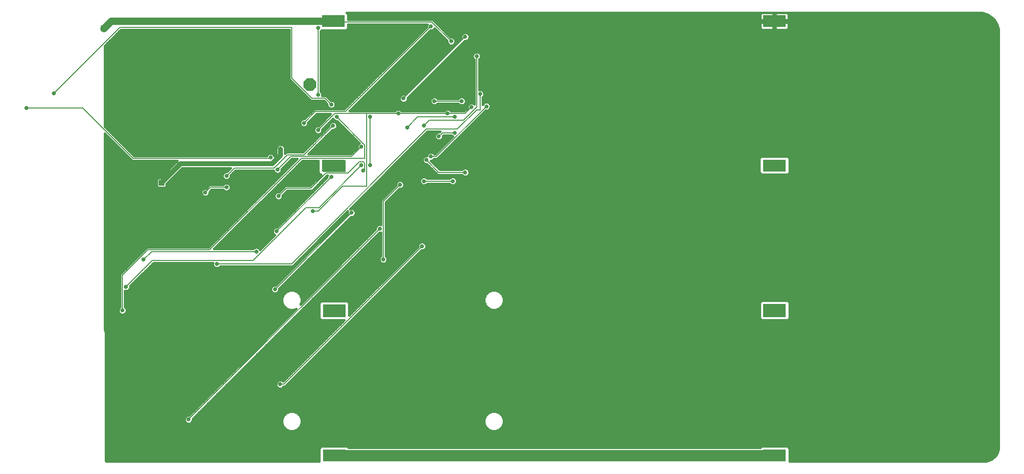
<source format=gbl>
G75*
G70*
%OFA0B0*%
%FSLAX24Y24*%
%IPPOS*%
%LPD*%
%AMOC8*
5,1,8,0,0,1.08239X$1,22.5*
%
%ADD10OC8,0.0850*%
%ADD11R,0.1575X0.0787*%
%ADD12C,0.0310*%
%ADD13C,0.0090*%
%ADD14C,0.0280*%
%ADD15C,0.0160*%
%ADD16R,0.0320X0.0320*%
%ADD17C,0.0060*%
%ADD18C,0.0320*%
%ADD19C,0.0320*%
%ADD20R,0.0396X0.0396*%
%ADD21C,0.0760*%
%ADD22C,0.0500*%
D10*
X025450Y027325D03*
D11*
X027045Y031661D03*
X027045Y021819D03*
X027126Y021783D03*
X027126Y011940D03*
X027126Y011878D03*
X027126Y002036D03*
X057102Y002041D03*
X057102Y011884D03*
X057102Y011975D03*
X057092Y021817D03*
X057102Y021817D03*
X057092Y031659D03*
D12*
X024671Y021039D03*
X024066Y020848D03*
X024581Y020573D03*
X016958Y019547D03*
X016949Y019195D03*
X016605Y019197D03*
X016602Y019549D03*
X013178Y019775D03*
X013171Y019124D03*
X013133Y018776D03*
X013171Y020440D03*
X013112Y020968D03*
X012968Y021784D03*
X013399Y021800D03*
X013895Y021824D03*
X014381Y021779D03*
X014875Y021762D03*
X015310Y021811D03*
X015634Y021739D03*
X015775Y022555D03*
X015349Y022562D03*
X016312Y022565D03*
X016786Y022581D03*
X018699Y025185D03*
X019059Y025185D03*
X019059Y025545D03*
X019059Y025845D03*
X019359Y025845D03*
X018699Y025845D03*
X019419Y025185D03*
X017679Y026505D03*
D13*
X028902Y028850D02*
X030882Y028850D01*
X036822Y031550D02*
X056982Y031550D01*
X057042Y031610D01*
X057092Y031659D01*
X032202Y018530D02*
X031602Y019130D01*
X031242Y019130D01*
X031242Y019190D01*
X031122Y019070D01*
X030762Y019070D01*
X024581Y020573D02*
X024522Y020630D01*
X024282Y020630D01*
X024102Y020810D01*
X024066Y020848D01*
D14*
X023262Y021530D03*
X022782Y022370D03*
X019782Y021110D03*
X019782Y020330D03*
X018342Y019970D03*
X023322Y019730D03*
X025662Y018710D03*
X028302Y018590D03*
X030222Y017510D03*
X032202Y018530D03*
X031242Y019190D03*
X030762Y019070D03*
X031602Y020510D03*
X033222Y020750D03*
X035202Y020750D03*
X036042Y021350D03*
X033702Y022430D03*
X033402Y022190D03*
X034242Y023810D03*
X035322Y024050D03*
X035322Y025130D03*
X034842Y025370D03*
X033942Y026210D03*
X035802Y026210D03*
X036462Y025790D03*
X037482Y025850D03*
X037062Y026690D03*
X036822Y029270D03*
X035082Y030290D03*
X036042Y030590D03*
X036822Y031550D03*
X033702Y031310D03*
X030882Y028850D03*
X028902Y028850D03*
X026022Y026630D03*
X026922Y025970D03*
X027282Y025130D03*
X027042Y024530D03*
X026022Y024230D03*
X025062Y024710D03*
X024942Y026210D03*
X029562Y025130D03*
X031482Y025370D03*
X031842Y026390D03*
X032082Y024410D03*
X033222Y024530D03*
X028962Y023090D03*
X028962Y021830D03*
X029082Y021470D03*
X029562Y021830D03*
X026922Y021050D03*
X023202Y017330D03*
X021822Y015950D03*
X019122Y015110D03*
X023082Y013370D03*
X030462Y015410D03*
X033102Y016310D03*
X014142Y015410D03*
X012942Y013550D03*
X012702Y011930D03*
X023442Y006890D03*
X017202Y004490D03*
X006162Y025730D03*
X008022Y026750D03*
X026022Y031190D03*
D15*
X011573Y001669D02*
X011574Y001660D01*
X011581Y001642D01*
X011594Y001629D01*
X011611Y001621D01*
X011621Y001620D01*
X026109Y001620D01*
X026109Y002525D01*
X026243Y002659D01*
X028009Y002659D01*
X028112Y002556D01*
X056110Y002556D01*
X056219Y002665D01*
X057984Y002665D01*
X058119Y002530D01*
X058119Y001620D01*
X071361Y001620D01*
X071491Y001629D01*
X071743Y001696D01*
X071969Y001827D01*
X072153Y002011D01*
X072283Y002237D01*
X072351Y002489D01*
X072359Y002619D01*
X072359Y002681D01*
X072359Y030935D01*
X072348Y031107D01*
X072259Y031439D01*
X072087Y031737D01*
X071844Y031980D01*
X071546Y032152D01*
X071214Y032241D01*
X071042Y032252D01*
X070980Y032252D01*
X027961Y032252D01*
X028063Y032150D01*
X028063Y031780D01*
X033832Y031780D01*
X033932Y031681D01*
X035042Y030570D01*
X035138Y030570D01*
X035240Y030528D01*
X035319Y030449D01*
X035362Y030346D01*
X035362Y030235D01*
X035319Y030132D01*
X035240Y030053D01*
X035138Y030010D01*
X035026Y030010D01*
X034923Y030053D01*
X034845Y030132D01*
X034802Y030235D01*
X034802Y030330D01*
X033951Y031181D01*
X033939Y031152D01*
X033860Y031073D01*
X033758Y031030D01*
X033662Y031030D01*
X028172Y025540D01*
X029251Y025540D01*
X029392Y025540D01*
X031256Y025540D01*
X031323Y025608D01*
X031426Y025650D01*
X031538Y025650D01*
X031640Y025608D01*
X031708Y025540D01*
X034616Y025540D01*
X034683Y025608D01*
X034786Y025650D01*
X034898Y025650D01*
X035000Y025608D01*
X035068Y025540D01*
X035971Y025540D01*
X036182Y025751D01*
X036182Y025846D01*
X036225Y025949D01*
X036303Y026028D01*
X036406Y026070D01*
X036518Y026070D01*
X036620Y026028D01*
X036652Y025996D01*
X036652Y029044D01*
X036585Y029112D01*
X036542Y029215D01*
X036542Y029326D01*
X036585Y029429D01*
X036663Y029508D01*
X036766Y029550D01*
X036878Y029550D01*
X036980Y029508D01*
X037059Y029429D01*
X037102Y029326D01*
X037102Y029215D01*
X037059Y029112D01*
X036992Y029044D01*
X036992Y026964D01*
X037006Y026970D01*
X037118Y026970D01*
X037220Y026928D01*
X037299Y026849D01*
X037342Y026746D01*
X037342Y026635D01*
X037299Y026532D01*
X037232Y026464D01*
X037232Y025978D01*
X037245Y026009D01*
X037323Y026088D01*
X037426Y026130D01*
X037538Y026130D01*
X037640Y026088D01*
X037719Y026009D01*
X037762Y025906D01*
X037762Y025795D01*
X037719Y025692D01*
X037640Y025613D01*
X037538Y025570D01*
X037442Y025570D01*
X034232Y022360D01*
X034132Y022260D01*
X033928Y022260D01*
X033860Y022193D01*
X033758Y022150D01*
X033682Y022150D01*
X034312Y021520D01*
X035816Y021520D01*
X035883Y021588D01*
X035986Y021630D01*
X036098Y021630D01*
X036200Y021588D01*
X036279Y021509D01*
X036322Y021406D01*
X036322Y021295D01*
X036279Y021192D01*
X036200Y021113D01*
X036098Y021070D01*
X035986Y021070D01*
X035883Y021113D01*
X035816Y021180D01*
X034171Y021180D01*
X034072Y021280D01*
X033441Y021910D01*
X033346Y021910D01*
X033243Y021953D01*
X033165Y022032D01*
X033122Y022135D01*
X033122Y022246D01*
X033165Y022349D01*
X033243Y022428D01*
X033346Y022470D01*
X033422Y022470D01*
X033422Y022486D01*
X033465Y022589D01*
X033543Y022668D01*
X033646Y022710D01*
X033758Y022710D01*
X033860Y022668D01*
X033928Y022600D01*
X033991Y022600D01*
X035192Y023801D01*
X035163Y023813D01*
X035096Y023880D01*
X034552Y023880D01*
X034522Y023850D01*
X034522Y023755D01*
X034479Y023652D01*
X034400Y023573D01*
X034298Y023530D01*
X034186Y023530D01*
X034083Y023573D01*
X034005Y023652D01*
X033962Y023755D01*
X033962Y023866D01*
X034005Y023969D01*
X034083Y024048D01*
X034186Y024090D01*
X034281Y024090D01*
X034312Y024120D01*
X033472Y024120D01*
X028205Y018853D01*
X028246Y018870D01*
X028358Y018870D01*
X028460Y018828D01*
X028539Y018749D01*
X028582Y018646D01*
X028582Y018535D01*
X028539Y018432D01*
X028460Y018353D01*
X028358Y018310D01*
X028262Y018310D01*
X023362Y013410D01*
X023362Y013315D01*
X023319Y013212D01*
X023240Y013133D01*
X023138Y013090D01*
X023026Y013090D01*
X022923Y013133D01*
X022845Y013212D01*
X022802Y013315D01*
X022802Y013426D01*
X022845Y013529D01*
X022923Y013608D01*
X023026Y013650D01*
X023121Y013650D01*
X028022Y018551D01*
X028022Y018646D01*
X028039Y018687D01*
X024392Y015040D01*
X024292Y014940D01*
X019348Y014940D01*
X019280Y014873D01*
X019178Y014830D01*
X019066Y014830D01*
X018963Y014873D01*
X018885Y014952D01*
X018842Y015055D01*
X018842Y015166D01*
X018848Y015180D01*
X014812Y015180D01*
X013222Y013590D01*
X013222Y013495D01*
X013179Y013392D01*
X013100Y013313D01*
X012998Y013270D01*
X012886Y013270D01*
X012872Y013276D01*
X012872Y012156D01*
X012939Y012089D01*
X012982Y011986D01*
X012982Y011875D01*
X012939Y011772D01*
X012860Y011693D01*
X012758Y011650D01*
X012646Y011650D01*
X012543Y011693D01*
X012465Y011772D01*
X012422Y011875D01*
X012422Y011986D01*
X012465Y012089D01*
X012532Y012156D01*
X012532Y014401D01*
X012631Y014500D01*
X014371Y016240D01*
X014512Y016240D01*
X018571Y016240D01*
X024592Y022260D01*
X024232Y022260D01*
X023542Y021570D01*
X023542Y021475D01*
X023499Y021372D01*
X023420Y021293D01*
X023318Y021250D01*
X023206Y021250D01*
X023103Y021293D01*
X023025Y021372D01*
X022982Y021475D01*
X022982Y021480D01*
X020392Y021480D01*
X020062Y021150D01*
X020062Y021055D01*
X020019Y020952D01*
X019940Y020873D01*
X019838Y020830D01*
X019726Y020830D01*
X019623Y020873D01*
X019545Y020952D01*
X019502Y021055D01*
X019502Y021166D01*
X019545Y021269D01*
X019623Y021348D01*
X019726Y021390D01*
X019821Y021390D01*
X020053Y021622D01*
X016770Y021622D01*
X015709Y020562D01*
X015709Y020392D01*
X015628Y020310D01*
X015115Y020310D01*
X015033Y020392D01*
X015033Y020904D01*
X015115Y020986D01*
X015285Y020986D01*
X016440Y022140D01*
X013492Y022140D01*
X013351Y022140D01*
X011495Y023997D01*
X011495Y010617D01*
X011571Y010438D01*
X011572Y010340D01*
X011573Y010338D01*
X011573Y010278D01*
X011573Y010218D01*
X011573Y010216D01*
X011573Y001733D01*
X011574Y001731D01*
X011573Y001673D01*
X011573Y001669D01*
X011597Y001627D02*
X026109Y001627D01*
X026109Y001786D02*
X011573Y001786D01*
X011573Y001944D02*
X026109Y001944D01*
X026109Y002103D02*
X011573Y002103D01*
X011573Y002261D02*
X026109Y002261D01*
X026109Y002420D02*
X011573Y002420D01*
X011573Y002579D02*
X026163Y002579D01*
X028089Y002579D02*
X056133Y002579D01*
X058071Y002579D02*
X072357Y002579D01*
X072359Y002737D02*
X011573Y002737D01*
X011573Y002896D02*
X072359Y002896D01*
X072359Y003054D02*
X011573Y003054D01*
X011573Y003213D02*
X072359Y003213D01*
X072359Y003371D02*
X011573Y003371D01*
X011573Y003530D02*
X072359Y003530D01*
X072359Y003688D02*
X011573Y003688D01*
X011573Y003847D02*
X023809Y003847D01*
X023846Y003810D02*
X024090Y003709D01*
X024354Y003709D01*
X024597Y003810D01*
X024784Y003997D01*
X024885Y004241D01*
X024885Y004504D01*
X024784Y004748D01*
X024597Y004935D01*
X024354Y005035D01*
X024090Y005035D01*
X023846Y004935D01*
X023660Y004748D01*
X023559Y004504D01*
X023559Y004241D01*
X023660Y003997D01*
X023846Y003810D01*
X023656Y004005D02*
X011573Y004005D01*
X011573Y004164D02*
X023590Y004164D01*
X023559Y004323D02*
X017430Y004323D01*
X017439Y004332D02*
X017360Y004253D01*
X017258Y004210D01*
X017146Y004210D01*
X017043Y004253D01*
X016965Y004332D01*
X016922Y004435D01*
X016922Y004546D01*
X016965Y004649D01*
X017043Y004728D01*
X017146Y004770D01*
X017241Y004770D01*
X024515Y012044D01*
X024354Y011977D01*
X024090Y011977D01*
X023846Y012078D01*
X023660Y012265D01*
X023559Y012508D01*
X023559Y012772D01*
X023660Y013016D01*
X023846Y013202D01*
X024090Y013303D01*
X024354Y013303D01*
X024597Y013202D01*
X024784Y013016D01*
X024885Y012772D01*
X024885Y012508D01*
X024818Y012346D01*
X029942Y017471D01*
X029942Y017566D01*
X029985Y017669D01*
X030063Y017748D01*
X030166Y017790D01*
X030278Y017790D01*
X030292Y017784D01*
X030292Y019441D01*
X030391Y019540D01*
X031322Y020471D01*
X031322Y020566D01*
X031365Y020669D01*
X031443Y020748D01*
X031546Y020790D01*
X031658Y020790D01*
X031760Y020748D01*
X031839Y020669D01*
X031882Y020566D01*
X031882Y020455D01*
X031839Y020352D01*
X031760Y020273D01*
X031658Y020230D01*
X031562Y020230D01*
X030632Y019300D01*
X030632Y015636D01*
X030699Y015569D01*
X030742Y015466D01*
X030742Y015355D01*
X030699Y015252D01*
X030620Y015173D01*
X030518Y015130D01*
X030406Y015130D01*
X030303Y015173D01*
X030225Y015252D01*
X030182Y015355D01*
X030182Y015466D01*
X030225Y015569D01*
X030292Y015636D01*
X030292Y017236D01*
X030278Y017230D01*
X030182Y017230D01*
X017482Y004530D01*
X017482Y004435D01*
X017439Y004332D01*
X017482Y004481D02*
X023559Y004481D01*
X023615Y004640D02*
X017592Y004640D01*
X017750Y004798D02*
X023710Y004798D01*
X023900Y004957D02*
X017909Y004957D01*
X018067Y005115D02*
X072359Y005115D01*
X072359Y004957D02*
X038323Y004957D01*
X038377Y004935D02*
X038133Y005035D01*
X037869Y005035D01*
X037626Y004935D01*
X037439Y004748D01*
X037338Y004504D01*
X037338Y004241D01*
X037439Y003997D01*
X037626Y003810D01*
X037869Y003709D01*
X038133Y003709D01*
X038377Y003810D01*
X038563Y003997D01*
X038664Y004241D01*
X038664Y004504D01*
X038563Y004748D01*
X038377Y004935D01*
X038513Y004798D02*
X072359Y004798D01*
X072359Y004640D02*
X038608Y004640D01*
X038664Y004481D02*
X072359Y004481D01*
X072359Y004323D02*
X038664Y004323D01*
X038633Y004164D02*
X072359Y004164D01*
X072359Y004005D02*
X038567Y004005D01*
X038413Y003847D02*
X072359Y003847D01*
X072359Y005274D02*
X018226Y005274D01*
X018384Y005432D02*
X072359Y005432D01*
X072359Y005591D02*
X018543Y005591D01*
X018701Y005749D02*
X072359Y005749D01*
X072359Y005908D02*
X018860Y005908D01*
X019019Y006067D02*
X072359Y006067D01*
X072359Y006225D02*
X019177Y006225D01*
X019336Y006384D02*
X072359Y006384D01*
X072359Y006542D02*
X019494Y006542D01*
X019653Y006701D02*
X023235Y006701D01*
X023205Y006732D02*
X023283Y006653D01*
X023386Y006610D01*
X023498Y006610D01*
X023600Y006653D01*
X023668Y006720D01*
X023752Y006720D01*
X023852Y006820D01*
X033062Y016030D01*
X033158Y016030D01*
X033260Y016073D01*
X033339Y016152D01*
X033382Y016255D01*
X033382Y016366D01*
X033339Y016469D01*
X033260Y016548D01*
X033158Y016590D01*
X033046Y016590D01*
X032943Y016548D01*
X032865Y016469D01*
X032822Y016366D01*
X032822Y016271D01*
X028143Y011592D01*
X028143Y012367D01*
X028143Y012429D01*
X028009Y012564D01*
X026243Y012564D01*
X026109Y012429D01*
X026109Y011451D01*
X026109Y011389D01*
X026243Y011255D01*
X027806Y011255D01*
X023640Y007088D01*
X023600Y007128D01*
X023498Y007170D01*
X023386Y007170D01*
X023283Y007128D01*
X023205Y007049D01*
X023162Y006946D01*
X023162Y006835D01*
X023205Y006732D01*
X023162Y006859D02*
X019811Y006859D01*
X019970Y007018D02*
X023192Y007018D01*
X023648Y006701D02*
X072359Y006701D01*
X072359Y006859D02*
X023891Y006859D01*
X024050Y007018D02*
X072359Y007018D01*
X072359Y007176D02*
X024208Y007176D01*
X024367Y007335D02*
X072359Y007335D01*
X072359Y007493D02*
X024525Y007493D01*
X024684Y007652D02*
X072359Y007652D01*
X072359Y007811D02*
X024843Y007811D01*
X025001Y007969D02*
X072359Y007969D01*
X072359Y008128D02*
X025160Y008128D01*
X025318Y008286D02*
X072359Y008286D01*
X072359Y008445D02*
X025477Y008445D01*
X025635Y008603D02*
X072359Y008603D01*
X072359Y008762D02*
X025794Y008762D01*
X025952Y008920D02*
X072359Y008920D01*
X072359Y009079D02*
X026111Y009079D01*
X026269Y009237D02*
X072359Y009237D01*
X072359Y009396D02*
X026428Y009396D01*
X026587Y009554D02*
X072359Y009554D01*
X072359Y009713D02*
X026745Y009713D01*
X026904Y009872D02*
X072359Y009872D01*
X072359Y010030D02*
X027062Y010030D01*
X027221Y010189D02*
X072359Y010189D01*
X072359Y010347D02*
X027379Y010347D01*
X027538Y010506D02*
X072359Y010506D01*
X072359Y010664D02*
X027696Y010664D01*
X027855Y010823D02*
X072359Y010823D01*
X072359Y010981D02*
X028013Y010981D01*
X028172Y011140D02*
X072359Y011140D01*
X072359Y011298D02*
X058023Y011298D01*
X057984Y011260D02*
X058119Y011395D01*
X058119Y011486D01*
X058119Y012464D01*
X057985Y012599D01*
X056219Y012599D01*
X056084Y012464D01*
X056084Y012373D01*
X056084Y012373D01*
X056084Y011395D01*
X056219Y011260D01*
X057984Y011260D01*
X058119Y011457D02*
X072359Y011457D01*
X072359Y011616D02*
X058119Y011616D01*
X058119Y011486D02*
X058119Y011486D01*
X058119Y011774D02*
X072359Y011774D01*
X072359Y011933D02*
X058119Y011933D01*
X058119Y012091D02*
X072359Y012091D01*
X072359Y012250D02*
X058119Y012250D01*
X058119Y012408D02*
X072359Y012408D01*
X072359Y012567D02*
X058016Y012567D01*
X056187Y012567D02*
X038664Y012567D01*
X038664Y012508D02*
X038563Y012265D01*
X038377Y012078D01*
X038133Y011977D01*
X037869Y011977D01*
X037626Y012078D01*
X037439Y012265D01*
X037338Y012508D01*
X037338Y012772D01*
X037439Y013016D01*
X037626Y013202D01*
X037869Y013303D01*
X038133Y013303D01*
X038377Y013202D01*
X038563Y013016D01*
X038664Y012772D01*
X038664Y012508D01*
X038623Y012408D02*
X056084Y012408D01*
X056084Y012250D02*
X038548Y012250D01*
X038390Y012091D02*
X056084Y012091D01*
X056084Y011933D02*
X028965Y011933D01*
X029123Y012091D02*
X037612Y012091D01*
X037454Y012250D02*
X029282Y012250D01*
X029440Y012408D02*
X037379Y012408D01*
X037338Y012567D02*
X029599Y012567D01*
X029757Y012725D02*
X037338Y012725D01*
X037384Y012884D02*
X029916Y012884D01*
X030074Y013042D02*
X037466Y013042D01*
X037624Y013201D02*
X030233Y013201D01*
X030392Y013360D02*
X072359Y013360D01*
X072359Y013518D02*
X030550Y013518D01*
X030709Y013677D02*
X072359Y013677D01*
X072359Y013835D02*
X030867Y013835D01*
X031026Y013994D02*
X072359Y013994D01*
X072359Y014152D02*
X031184Y014152D01*
X031343Y014311D02*
X072359Y014311D01*
X072359Y014469D02*
X031501Y014469D01*
X031660Y014628D02*
X072359Y014628D01*
X072359Y014786D02*
X031818Y014786D01*
X031977Y014945D02*
X072359Y014945D01*
X072359Y015104D02*
X032136Y015104D01*
X032294Y015262D02*
X072359Y015262D01*
X072359Y015421D02*
X032453Y015421D01*
X032611Y015579D02*
X072359Y015579D01*
X072359Y015738D02*
X032770Y015738D01*
X032928Y015896D02*
X072359Y015896D01*
X072359Y016055D02*
X033217Y016055D01*
X033365Y016213D02*
X072359Y016213D01*
X072359Y016372D02*
X033379Y016372D01*
X033278Y016530D02*
X072359Y016530D01*
X072359Y016689D02*
X030632Y016689D01*
X030632Y016847D02*
X072359Y016847D01*
X072359Y017006D02*
X030632Y017006D01*
X030632Y017165D02*
X072359Y017165D01*
X072359Y017323D02*
X030632Y017323D01*
X030632Y017482D02*
X072359Y017482D01*
X072359Y017640D02*
X030632Y017640D01*
X030632Y017799D02*
X072359Y017799D01*
X072359Y017957D02*
X030632Y017957D01*
X030632Y018116D02*
X072359Y018116D01*
X072359Y018274D02*
X030632Y018274D01*
X030632Y018433D02*
X072359Y018433D01*
X072359Y018591D02*
X030632Y018591D01*
X030632Y018750D02*
X072359Y018750D01*
X072359Y018909D02*
X030632Y018909D01*
X030632Y019067D02*
X072359Y019067D01*
X072359Y019226D02*
X030632Y019226D01*
X030716Y019384D02*
X072359Y019384D01*
X072359Y019543D02*
X030875Y019543D01*
X031033Y019701D02*
X072359Y019701D01*
X072359Y019860D02*
X031192Y019860D01*
X031350Y020018D02*
X072359Y020018D01*
X072359Y020177D02*
X031509Y020177D01*
X031823Y020335D02*
X072359Y020335D01*
X072359Y020494D02*
X035315Y020494D01*
X035360Y020513D02*
X035439Y020592D01*
X035482Y020695D01*
X035482Y020806D01*
X035439Y020909D01*
X035360Y020988D01*
X035258Y021030D01*
X035146Y021030D01*
X035043Y020988D01*
X034976Y020920D01*
X033448Y020920D01*
X033380Y020988D01*
X033278Y021030D01*
X033166Y021030D01*
X033063Y020988D01*
X032985Y020909D01*
X032942Y020806D01*
X032942Y020695D01*
X032985Y020592D01*
X033063Y020513D01*
X033166Y020470D01*
X033278Y020470D01*
X033380Y020513D01*
X033448Y020580D01*
X034976Y020580D01*
X035043Y020513D01*
X035146Y020470D01*
X035258Y020470D01*
X035360Y020513D01*
X035464Y020653D02*
X072359Y020653D01*
X072359Y020811D02*
X035480Y020811D01*
X035378Y020970D02*
X072359Y020970D01*
X072359Y021128D02*
X036216Y021128D01*
X036319Y021287D02*
X056116Y021287D01*
X056074Y021328D02*
X056209Y021193D01*
X057975Y021193D01*
X057975Y021194D01*
X057985Y021194D01*
X058119Y021328D01*
X058119Y022306D01*
X057985Y022441D01*
X056219Y022441D01*
X056219Y022440D01*
X056209Y022440D01*
X056074Y022306D01*
X056074Y021328D01*
X056074Y021445D02*
X036306Y021445D01*
X036161Y021604D02*
X056074Y021604D01*
X056074Y021762D02*
X034070Y021762D01*
X034229Y021604D02*
X035922Y021604D01*
X035868Y021128D02*
X030480Y021128D01*
X030322Y020970D02*
X033045Y020970D01*
X032944Y020811D02*
X030163Y020811D01*
X030005Y020653D02*
X031358Y020653D01*
X031322Y020494D02*
X029846Y020494D01*
X029687Y020335D02*
X031187Y020335D01*
X031028Y020177D02*
X029529Y020177D01*
X029370Y020018D02*
X030870Y020018D01*
X030711Y019860D02*
X029212Y019860D01*
X029053Y019701D02*
X030553Y019701D01*
X030394Y019543D02*
X028895Y019543D01*
X028736Y019384D02*
X030292Y019384D01*
X030292Y019226D02*
X028578Y019226D01*
X028419Y019067D02*
X030292Y019067D01*
X030292Y018909D02*
X028261Y018909D01*
X028538Y018750D02*
X030292Y018750D01*
X030292Y018591D02*
X028582Y018591D01*
X028540Y018433D02*
X030292Y018433D01*
X030292Y018274D02*
X028226Y018274D01*
X028068Y018116D02*
X030292Y018116D01*
X030292Y017957D02*
X027909Y017957D01*
X027751Y017799D02*
X030292Y017799D01*
X029973Y017640D02*
X027592Y017640D01*
X027434Y017482D02*
X029942Y017482D01*
X029794Y017323D02*
X027275Y017323D01*
X027117Y017165D02*
X029636Y017165D01*
X029477Y017006D02*
X026958Y017006D01*
X026800Y016847D02*
X029319Y016847D01*
X029160Y016689D02*
X026641Y016689D01*
X026482Y016530D02*
X029002Y016530D01*
X028843Y016372D02*
X026324Y016372D01*
X026165Y016213D02*
X028685Y016213D01*
X028526Y016055D02*
X026007Y016055D01*
X025848Y015896D02*
X028368Y015896D01*
X028209Y015738D02*
X025690Y015738D01*
X025531Y015579D02*
X028050Y015579D01*
X027892Y015421D02*
X025373Y015421D01*
X025214Y015262D02*
X027733Y015262D01*
X027575Y015104D02*
X025056Y015104D01*
X024897Y014945D02*
X027416Y014945D01*
X027258Y014786D02*
X024738Y014786D01*
X024580Y014628D02*
X027099Y014628D01*
X026941Y014469D02*
X024421Y014469D01*
X024263Y014311D02*
X026782Y014311D01*
X026624Y014152D02*
X024104Y014152D01*
X023946Y013994D02*
X026465Y013994D01*
X026306Y013835D02*
X023787Y013835D01*
X023629Y013677D02*
X026148Y013677D01*
X025989Y013518D02*
X023470Y013518D01*
X023362Y013360D02*
X025831Y013360D01*
X025672Y013201D02*
X024599Y013201D01*
X024757Y013042D02*
X025514Y013042D01*
X025355Y012884D02*
X024838Y012884D01*
X024885Y012725D02*
X025197Y012725D01*
X025038Y012567D02*
X024885Y012567D01*
X024880Y012408D02*
X024843Y012408D01*
X025043Y012091D02*
X026109Y012091D01*
X026109Y011933D02*
X024885Y011933D01*
X024726Y011774D02*
X026109Y011774D01*
X026109Y011616D02*
X024568Y011616D01*
X024409Y011457D02*
X026109Y011457D01*
X026109Y011451D02*
X026109Y011451D01*
X026199Y011298D02*
X024250Y011298D01*
X024092Y011140D02*
X027691Y011140D01*
X027533Y010981D02*
X023933Y010981D01*
X023775Y010823D02*
X027374Y010823D01*
X027216Y010664D02*
X023616Y010664D01*
X023458Y010506D02*
X027057Y010506D01*
X026899Y010347D02*
X023299Y010347D01*
X023141Y010189D02*
X026740Y010189D01*
X026581Y010030D02*
X022982Y010030D01*
X022824Y009872D02*
X026423Y009872D01*
X026264Y009713D02*
X022665Y009713D01*
X022506Y009554D02*
X026106Y009554D01*
X025947Y009396D02*
X022348Y009396D01*
X022189Y009237D02*
X025789Y009237D01*
X025630Y009079D02*
X022031Y009079D01*
X021872Y008920D02*
X025472Y008920D01*
X025313Y008762D02*
X021714Y008762D01*
X021555Y008603D02*
X025155Y008603D01*
X024996Y008445D02*
X021397Y008445D01*
X021238Y008286D02*
X024837Y008286D01*
X024679Y008128D02*
X021080Y008128D01*
X020921Y007969D02*
X024520Y007969D01*
X024362Y007811D02*
X020763Y007811D01*
X020604Y007652D02*
X024203Y007652D01*
X024045Y007493D02*
X020445Y007493D01*
X020287Y007335D02*
X023886Y007335D01*
X023728Y007176D02*
X020128Y007176D01*
X019965Y007493D02*
X011573Y007493D01*
X011573Y007335D02*
X019806Y007335D01*
X019648Y007176D02*
X011573Y007176D01*
X011573Y007018D02*
X019489Y007018D01*
X019331Y006859D02*
X011573Y006859D01*
X011573Y006701D02*
X019172Y006701D01*
X019013Y006542D02*
X011573Y006542D01*
X011573Y006384D02*
X018855Y006384D01*
X018696Y006225D02*
X011573Y006225D01*
X011573Y006067D02*
X018538Y006067D01*
X018379Y005908D02*
X011573Y005908D01*
X011573Y005749D02*
X018221Y005749D01*
X018062Y005591D02*
X011573Y005591D01*
X011573Y005432D02*
X017904Y005432D01*
X017745Y005274D02*
X011573Y005274D01*
X011573Y005115D02*
X017587Y005115D01*
X017428Y004957D02*
X011573Y004957D01*
X011573Y004798D02*
X017269Y004798D01*
X016961Y004640D02*
X011573Y004640D01*
X011573Y004481D02*
X016922Y004481D01*
X016974Y004323D02*
X011573Y004323D01*
X011573Y007652D02*
X020123Y007652D01*
X020282Y007811D02*
X011573Y007811D01*
X011573Y007969D02*
X020440Y007969D01*
X020599Y008128D02*
X011573Y008128D01*
X011573Y008286D02*
X020757Y008286D01*
X020916Y008445D02*
X011573Y008445D01*
X011573Y008603D02*
X021075Y008603D01*
X021233Y008762D02*
X011573Y008762D01*
X011573Y008920D02*
X021392Y008920D01*
X021550Y009079D02*
X011573Y009079D01*
X011573Y009237D02*
X021709Y009237D01*
X021867Y009396D02*
X011573Y009396D01*
X011573Y009554D02*
X022026Y009554D01*
X022184Y009713D02*
X011573Y009713D01*
X011573Y009872D02*
X022343Y009872D01*
X022501Y010030D02*
X011573Y010030D01*
X011573Y010189D02*
X022660Y010189D01*
X022819Y010347D02*
X011572Y010347D01*
X011542Y010506D02*
X022977Y010506D01*
X023136Y010664D02*
X011495Y010664D01*
X011495Y010823D02*
X023294Y010823D01*
X023453Y010981D02*
X011495Y010981D01*
X011495Y011140D02*
X023611Y011140D01*
X023770Y011298D02*
X011495Y011298D01*
X011495Y011457D02*
X023928Y011457D01*
X024087Y011616D02*
X011495Y011616D01*
X011495Y011774D02*
X012463Y011774D01*
X012422Y011933D02*
X011495Y011933D01*
X011495Y012091D02*
X012467Y012091D01*
X012532Y012250D02*
X011495Y012250D01*
X011495Y012408D02*
X012532Y012408D01*
X012532Y012567D02*
X011495Y012567D01*
X011495Y012725D02*
X012532Y012725D01*
X012532Y012884D02*
X011495Y012884D01*
X011495Y013042D02*
X012532Y013042D01*
X012532Y013201D02*
X011495Y013201D01*
X011495Y013360D02*
X012532Y013360D01*
X012532Y013518D02*
X011495Y013518D01*
X011495Y013677D02*
X012532Y013677D01*
X012532Y013835D02*
X011495Y013835D01*
X011495Y013994D02*
X012532Y013994D01*
X012532Y014152D02*
X011495Y014152D01*
X011495Y014311D02*
X012532Y014311D01*
X012601Y014469D02*
X011495Y014469D01*
X011495Y014628D02*
X012759Y014628D01*
X012918Y014786D02*
X011495Y014786D01*
X011495Y014945D02*
X013076Y014945D01*
X013235Y015104D02*
X011495Y015104D01*
X011495Y015262D02*
X013393Y015262D01*
X013552Y015421D02*
X011495Y015421D01*
X011495Y015579D02*
X013710Y015579D01*
X013869Y015738D02*
X011495Y015738D01*
X011495Y015896D02*
X014027Y015896D01*
X014186Y016055D02*
X011495Y016055D01*
X011495Y016213D02*
X014345Y016213D01*
X014736Y015104D02*
X018842Y015104D01*
X018891Y014945D02*
X014577Y014945D01*
X014418Y014786D02*
X024258Y014786D01*
X024297Y014945D02*
X024416Y014945D01*
X024456Y015104D02*
X024575Y015104D01*
X024614Y015262D02*
X024733Y015262D01*
X024773Y015421D02*
X024892Y015421D01*
X024931Y015579D02*
X025050Y015579D01*
X025090Y015738D02*
X025209Y015738D01*
X025248Y015896D02*
X025367Y015896D01*
X025407Y016055D02*
X025526Y016055D01*
X025565Y016213D02*
X025685Y016213D01*
X025724Y016372D02*
X025843Y016372D01*
X025882Y016530D02*
X026002Y016530D01*
X026041Y016689D02*
X026160Y016689D01*
X026199Y016847D02*
X026319Y016847D01*
X026358Y017006D02*
X026477Y017006D01*
X026517Y017165D02*
X026636Y017165D01*
X026675Y017323D02*
X026794Y017323D01*
X026834Y017482D02*
X026953Y017482D01*
X026992Y017640D02*
X027111Y017640D01*
X027151Y017799D02*
X027270Y017799D01*
X027309Y017957D02*
X027429Y017957D01*
X027468Y018116D02*
X027587Y018116D01*
X027626Y018274D02*
X027746Y018274D01*
X027785Y018433D02*
X027904Y018433D01*
X027943Y018591D02*
X028022Y018591D01*
X029958Y017006D02*
X030292Y017006D01*
X030292Y016847D02*
X029799Y016847D01*
X029641Y016689D02*
X030292Y016689D01*
X030292Y016530D02*
X029482Y016530D01*
X029324Y016372D02*
X030292Y016372D01*
X030292Y016213D02*
X029165Y016213D01*
X029007Y016055D02*
X030292Y016055D01*
X030292Y015896D02*
X028848Y015896D01*
X028690Y015738D02*
X030292Y015738D01*
X030235Y015579D02*
X028531Y015579D01*
X028373Y015421D02*
X030182Y015421D01*
X030220Y015262D02*
X028214Y015262D01*
X028056Y015104D02*
X031655Y015104D01*
X031813Y015262D02*
X030704Y015262D01*
X030742Y015421D02*
X031972Y015421D01*
X032130Y015579D02*
X030689Y015579D01*
X030632Y015738D02*
X032289Y015738D01*
X032448Y015896D02*
X030632Y015896D01*
X030632Y016055D02*
X032606Y016055D01*
X032765Y016213D02*
X030632Y016213D01*
X030632Y016372D02*
X032824Y016372D01*
X032926Y016530D02*
X030632Y016530D01*
X030292Y017165D02*
X030117Y017165D01*
X031496Y014945D02*
X027897Y014945D01*
X027738Y014786D02*
X031338Y014786D01*
X031179Y014628D02*
X027580Y014628D01*
X027421Y014469D02*
X031021Y014469D01*
X030862Y014311D02*
X027263Y014311D01*
X027104Y014152D02*
X030704Y014152D01*
X030545Y013994D02*
X026946Y013994D01*
X026787Y013835D02*
X030386Y013835D01*
X030228Y013677D02*
X026629Y013677D01*
X026470Y013518D02*
X030069Y013518D01*
X029911Y013360D02*
X026312Y013360D01*
X026153Y013201D02*
X029752Y013201D01*
X029594Y013042D02*
X025994Y013042D01*
X025836Y012884D02*
X029435Y012884D01*
X029277Y012725D02*
X025677Y012725D01*
X025519Y012567D02*
X029118Y012567D01*
X028960Y012408D02*
X028143Y012408D01*
X028143Y012367D02*
X028143Y012367D01*
X028143Y012250D02*
X028801Y012250D01*
X028642Y012091D02*
X028143Y012091D01*
X028143Y011933D02*
X028484Y011933D01*
X028325Y011774D02*
X028143Y011774D01*
X028143Y011616D02*
X028167Y011616D01*
X028331Y011298D02*
X056181Y011298D01*
X056084Y011457D02*
X028489Y011457D01*
X028648Y011616D02*
X056084Y011616D01*
X056084Y011774D02*
X028806Y011774D01*
X026109Y012250D02*
X025202Y012250D01*
X025360Y012408D02*
X026109Y012408D01*
X024404Y011933D02*
X012982Y011933D01*
X012940Y011774D02*
X024245Y011774D01*
X023833Y012091D02*
X012937Y012091D01*
X012872Y012250D02*
X023674Y012250D01*
X023600Y012408D02*
X012872Y012408D01*
X012872Y012567D02*
X023559Y012567D01*
X023559Y012725D02*
X012872Y012725D01*
X012872Y012884D02*
X023605Y012884D01*
X023686Y013042D02*
X012872Y013042D01*
X012872Y013201D02*
X022855Y013201D01*
X022802Y013360D02*
X013147Y013360D01*
X013222Y013518D02*
X022840Y013518D01*
X023148Y013677D02*
X013309Y013677D01*
X013467Y013835D02*
X023306Y013835D01*
X023465Y013994D02*
X013626Y013994D01*
X013784Y014152D02*
X023624Y014152D01*
X023782Y014311D02*
X013943Y014311D01*
X014101Y014469D02*
X023941Y014469D01*
X024099Y014628D02*
X014260Y014628D01*
X011495Y016372D02*
X018703Y016372D01*
X018862Y016530D02*
X011495Y016530D01*
X011495Y016689D02*
X019020Y016689D01*
X019179Y016847D02*
X011495Y016847D01*
X011495Y017006D02*
X019337Y017006D01*
X019496Y017165D02*
X011495Y017165D01*
X011495Y017323D02*
X019654Y017323D01*
X019813Y017482D02*
X011495Y017482D01*
X011495Y017640D02*
X019971Y017640D01*
X020130Y017799D02*
X011495Y017799D01*
X011495Y017957D02*
X020289Y017957D01*
X020447Y018116D02*
X011495Y018116D01*
X011495Y018274D02*
X020606Y018274D01*
X020764Y018433D02*
X011495Y018433D01*
X011495Y018591D02*
X020923Y018591D01*
X021081Y018750D02*
X011495Y018750D01*
X011495Y018909D02*
X021240Y018909D01*
X021398Y019067D02*
X011495Y019067D01*
X011495Y019226D02*
X021557Y019226D01*
X021715Y019384D02*
X011495Y019384D01*
X011495Y019543D02*
X021874Y019543D01*
X022033Y019701D02*
X018424Y019701D01*
X018398Y019690D02*
X018500Y019733D01*
X018579Y019812D01*
X018622Y019915D01*
X018622Y020010D01*
X018772Y020160D01*
X019556Y020160D01*
X019623Y020093D01*
X019726Y020050D01*
X019838Y020050D01*
X019940Y020093D01*
X020019Y020172D01*
X020062Y020275D01*
X020062Y020386D01*
X020019Y020489D01*
X019940Y020568D01*
X019838Y020610D01*
X019726Y020610D01*
X019623Y020568D01*
X019556Y020500D01*
X018631Y020500D01*
X018532Y020401D01*
X018381Y020250D01*
X018286Y020250D01*
X018183Y020208D01*
X018105Y020129D01*
X018062Y020026D01*
X018062Y019915D01*
X018105Y019812D01*
X018183Y019733D01*
X018286Y019690D01*
X018398Y019690D01*
X018260Y019701D02*
X011495Y019701D01*
X011495Y019860D02*
X018085Y019860D01*
X018062Y020018D02*
X011495Y020018D01*
X011495Y020177D02*
X018153Y020177D01*
X018467Y020335D02*
X015653Y020335D01*
X015709Y020494D02*
X018625Y020494D01*
X018630Y020018D02*
X022350Y020018D01*
X022508Y020177D02*
X020021Y020177D01*
X020062Y020335D02*
X022667Y020335D01*
X022825Y020494D02*
X020014Y020494D01*
X020027Y020970D02*
X023301Y020970D01*
X023459Y021128D02*
X020062Y021128D01*
X020199Y021287D02*
X023118Y021287D01*
X022994Y021445D02*
X020357Y021445D01*
X020035Y021604D02*
X016752Y021604D01*
X016593Y021445D02*
X019877Y021445D01*
X019562Y021287D02*
X016435Y021287D01*
X016276Y021128D02*
X019502Y021128D01*
X019537Y020970D02*
X016118Y020970D01*
X015959Y020811D02*
X023142Y020811D01*
X022984Y020653D02*
X015800Y020653D01*
X015428Y021128D02*
X011495Y021128D01*
X011495Y020970D02*
X015099Y020970D01*
X015033Y020811D02*
X011495Y020811D01*
X011495Y020653D02*
X015033Y020653D01*
X015033Y020494D02*
X011495Y020494D01*
X011495Y020335D02*
X015089Y020335D01*
X015586Y021287D02*
X011495Y021287D01*
X011495Y021445D02*
X015745Y021445D01*
X015903Y021604D02*
X011495Y021604D01*
X011495Y021762D02*
X016062Y021762D01*
X016220Y021921D02*
X011495Y021921D01*
X011495Y022079D02*
X016379Y022079D01*
X013492Y022480D02*
X011495Y024477D01*
X011495Y029983D01*
X012592Y031080D01*
X024052Y031080D01*
X024052Y027700D01*
X024151Y027600D01*
X025531Y026220D01*
X025672Y026220D01*
X026431Y026220D01*
X026642Y026010D01*
X026642Y025915D01*
X026685Y025812D01*
X026763Y025733D01*
X026866Y025690D01*
X026978Y025690D01*
X027080Y025733D01*
X027159Y025812D01*
X027202Y025915D01*
X027202Y026026D01*
X027159Y026129D01*
X027080Y026208D01*
X026978Y026250D01*
X026882Y026250D01*
X026672Y026461D01*
X026572Y026560D01*
X026296Y026560D01*
X026302Y026575D01*
X026302Y026686D01*
X026259Y026789D01*
X026192Y026856D01*
X026192Y030964D01*
X026259Y031032D01*
X026262Y031038D01*
X027928Y031038D01*
X028063Y031172D01*
X028063Y031440D01*
X033453Y031440D01*
X033422Y031366D01*
X033422Y031271D01*
X027811Y025660D01*
X025912Y025660D01*
X025771Y025660D01*
X025101Y024990D01*
X025006Y024990D01*
X024903Y024948D01*
X024825Y024869D01*
X024782Y024766D01*
X024782Y024655D01*
X024825Y024552D01*
X024903Y024473D01*
X025006Y024430D01*
X025118Y024430D01*
X025220Y024473D01*
X025299Y024552D01*
X025342Y024655D01*
X025342Y024750D01*
X025912Y025320D01*
X026872Y025320D01*
X026061Y024510D01*
X025966Y024510D01*
X025863Y024468D01*
X025785Y024389D01*
X025742Y024286D01*
X025742Y024175D01*
X025785Y024072D01*
X025863Y023993D01*
X025966Y023950D01*
X026078Y023950D01*
X026180Y023993D01*
X026259Y024072D01*
X026302Y024175D01*
X026302Y024270D01*
X027033Y025001D01*
X027045Y024972D01*
X027123Y024893D01*
X027226Y024850D01*
X027321Y024850D01*
X028832Y023340D01*
X028803Y023328D01*
X028725Y023249D01*
X028682Y023146D01*
X028682Y023051D01*
X028231Y022600D01*
X025352Y022600D01*
X027002Y024250D01*
X027098Y024250D01*
X027200Y024293D01*
X027279Y024372D01*
X027322Y024475D01*
X027322Y024586D01*
X027279Y024689D01*
X027200Y024768D01*
X027098Y024810D01*
X026986Y024810D01*
X026883Y024768D01*
X026805Y024689D01*
X026762Y024586D01*
X026762Y024491D01*
X024991Y022720D01*
X023992Y022720D01*
X023851Y022720D01*
X023770Y022639D01*
X023770Y022996D01*
X023725Y023106D01*
X023640Y023190D01*
X023530Y023236D01*
X023411Y023236D01*
X023300Y023190D01*
X023216Y023106D01*
X023170Y022996D01*
X023170Y022619D01*
X023037Y022486D01*
X023019Y022529D01*
X022940Y022608D01*
X022838Y022650D01*
X022726Y022650D01*
X022623Y022608D01*
X022545Y022529D01*
X022524Y022480D01*
X013492Y022480D01*
X013417Y022555D02*
X022571Y022555D01*
X022993Y022555D02*
X023106Y022555D01*
X023170Y022714D02*
X013259Y022714D01*
X013100Y022872D02*
X023170Y022872D01*
X023185Y023031D02*
X012942Y023031D01*
X012783Y023189D02*
X023299Y023189D01*
X023641Y023189D02*
X025460Y023189D01*
X025302Y023031D02*
X023756Y023031D01*
X023770Y022872D02*
X025143Y022872D01*
X025466Y022714D02*
X028345Y022714D01*
X028503Y022872D02*
X025624Y022872D01*
X025783Y023031D02*
X028662Y023031D01*
X028700Y023189D02*
X025941Y023189D01*
X026100Y023348D02*
X028824Y023348D01*
X028665Y023506D02*
X026258Y023506D01*
X026417Y023665D02*
X028507Y023665D01*
X028348Y023823D02*
X026575Y023823D01*
X026734Y023982D02*
X028190Y023982D01*
X028031Y024140D02*
X026892Y024140D01*
X027207Y024299D02*
X027873Y024299D01*
X027714Y024458D02*
X027315Y024458D01*
X027309Y024616D02*
X027556Y024616D01*
X027397Y024775D02*
X027183Y024775D01*
X027083Y024933D02*
X026965Y024933D01*
X026900Y024775D02*
X026807Y024775D01*
X026774Y024616D02*
X026648Y024616D01*
X026729Y024458D02*
X026490Y024458D01*
X026570Y024299D02*
X026331Y024299D01*
X026288Y024140D02*
X026412Y024140D01*
X026253Y023982D02*
X026154Y023982D01*
X026095Y023823D02*
X012149Y023823D01*
X012308Y023665D02*
X025936Y023665D01*
X025778Y023506D02*
X012466Y023506D01*
X012625Y023348D02*
X025619Y023348D01*
X025890Y023982D02*
X011991Y023982D01*
X011832Y024140D02*
X025756Y024140D01*
X025747Y024299D02*
X011673Y024299D01*
X011515Y024458D02*
X024940Y024458D01*
X024798Y024616D02*
X011495Y024616D01*
X011495Y024775D02*
X024786Y024775D01*
X024889Y024933D02*
X011495Y024933D01*
X011495Y025092D02*
X025203Y025092D01*
X025362Y025250D02*
X011495Y025250D01*
X011495Y025409D02*
X025520Y025409D01*
X025679Y025567D02*
X011495Y025567D01*
X011495Y025726D02*
X026780Y025726D01*
X026654Y025884D02*
X011495Y025884D01*
X011495Y026043D02*
X026609Y026043D01*
X026450Y026202D02*
X011495Y026202D01*
X011495Y026360D02*
X025392Y026360D01*
X025233Y026519D02*
X011495Y026519D01*
X011495Y026677D02*
X025075Y026677D01*
X024916Y026836D02*
X011495Y026836D01*
X011495Y026994D02*
X024757Y026994D01*
X024599Y027153D02*
X011495Y027153D01*
X011495Y027311D02*
X024440Y027311D01*
X024282Y027470D02*
X011495Y027470D01*
X011495Y027628D02*
X024123Y027628D01*
X024052Y027787D02*
X011495Y027787D01*
X011495Y027946D02*
X024052Y027946D01*
X024052Y028104D02*
X011495Y028104D01*
X011495Y028263D02*
X024052Y028263D01*
X024052Y028421D02*
X011495Y028421D01*
X011495Y028580D02*
X024052Y028580D01*
X024052Y028738D02*
X011495Y028738D01*
X011495Y028897D02*
X024052Y028897D01*
X024052Y029055D02*
X011495Y029055D01*
X011495Y029214D02*
X024052Y029214D01*
X024052Y029372D02*
X011495Y029372D01*
X011495Y029531D02*
X024052Y029531D01*
X024052Y029689D02*
X011495Y029689D01*
X011495Y029848D02*
X024052Y029848D01*
X024052Y030007D02*
X011519Y030007D01*
X011677Y030165D02*
X024052Y030165D01*
X024052Y030324D02*
X011836Y030324D01*
X011994Y030482D02*
X024052Y030482D01*
X024052Y030641D02*
X012153Y030641D01*
X012311Y030799D02*
X024052Y030799D01*
X024052Y030958D02*
X012470Y030958D01*
X025684Y025092D02*
X026643Y025092D01*
X026802Y025250D02*
X025842Y025250D01*
X025525Y024933D02*
X026484Y024933D01*
X026326Y024775D02*
X025367Y024775D01*
X025326Y024616D02*
X026167Y024616D01*
X025853Y024458D02*
X025184Y024458D01*
X027064Y025726D02*
X027877Y025726D01*
X028036Y025884D02*
X027189Y025884D01*
X027195Y026043D02*
X028194Y026043D01*
X028353Y026202D02*
X027086Y026202D01*
X026772Y026360D02*
X028511Y026360D01*
X028670Y026519D02*
X026614Y026519D01*
X026302Y026677D02*
X028828Y026677D01*
X028987Y026836D02*
X026212Y026836D01*
X026192Y026994D02*
X029146Y026994D01*
X029304Y027153D02*
X026192Y027153D01*
X026192Y027311D02*
X029463Y027311D01*
X029621Y027470D02*
X026192Y027470D01*
X026192Y027628D02*
X029780Y027628D01*
X029938Y027787D02*
X026192Y027787D01*
X026192Y027946D02*
X030097Y027946D01*
X030255Y028104D02*
X026192Y028104D01*
X026192Y028263D02*
X030414Y028263D01*
X030572Y028421D02*
X026192Y028421D01*
X026192Y028580D02*
X030731Y028580D01*
X030889Y028738D02*
X026192Y028738D01*
X026192Y028897D02*
X031048Y028897D01*
X031207Y029055D02*
X026192Y029055D01*
X026192Y029214D02*
X031365Y029214D01*
X031524Y029372D02*
X026192Y029372D01*
X026192Y029531D02*
X031682Y029531D01*
X031841Y029689D02*
X026192Y029689D01*
X026192Y029848D02*
X031999Y029848D01*
X032158Y030007D02*
X026192Y030007D01*
X026192Y030165D02*
X032316Y030165D01*
X032475Y030324D02*
X026192Y030324D01*
X026192Y030482D02*
X032633Y030482D01*
X032792Y030641D02*
X026192Y030641D01*
X026192Y030799D02*
X032951Y030799D01*
X033109Y030958D02*
X026192Y030958D01*
X028006Y031116D02*
X033268Y031116D01*
X033422Y031275D02*
X028063Y031275D01*
X028063Y031433D02*
X033450Y031433D01*
X033590Y030958D02*
X034174Y030958D01*
X034015Y031116D02*
X033904Y031116D01*
X034179Y031433D02*
X056124Y031433D01*
X056124Y031579D02*
X056124Y031191D01*
X056230Y031086D01*
X057012Y031086D01*
X057012Y031579D01*
X057172Y031579D01*
X057172Y031086D01*
X057954Y031086D01*
X058059Y031191D01*
X058059Y031579D01*
X057172Y031579D01*
X057172Y031739D01*
X058059Y031739D01*
X058059Y032128D01*
X057954Y032233D01*
X057172Y032233D01*
X057172Y031739D01*
X057012Y031739D01*
X057012Y031579D01*
X056124Y031579D01*
X056124Y031739D02*
X056124Y032128D01*
X056230Y032233D01*
X057012Y032233D01*
X057012Y031739D01*
X056124Y031739D01*
X056124Y031751D02*
X033862Y031751D01*
X034020Y031592D02*
X057012Y031592D01*
X057012Y031433D02*
X057172Y031433D01*
X057172Y031275D02*
X057012Y031275D01*
X057012Y031116D02*
X057172Y031116D01*
X057172Y031592D02*
X072171Y031592D01*
X072260Y031433D02*
X058059Y031433D01*
X058059Y031275D02*
X072303Y031275D01*
X072345Y031116D02*
X057985Y031116D01*
X058059Y031751D02*
X072073Y031751D01*
X071915Y031909D02*
X058059Y031909D01*
X058059Y032068D02*
X071692Y032068D01*
X071269Y032226D02*
X057961Y032226D01*
X057172Y032226D02*
X057012Y032226D01*
X057012Y032068D02*
X057172Y032068D01*
X057172Y031909D02*
X057012Y031909D01*
X057012Y031751D02*
X057172Y031751D01*
X056124Y031909D02*
X028063Y031909D01*
X028063Y032068D02*
X056124Y032068D01*
X056223Y032226D02*
X027987Y032226D01*
X032639Y030007D02*
X035218Y030007D01*
X035333Y030165D02*
X035376Y030165D01*
X035362Y030324D02*
X035535Y030324D01*
X035693Y030482D02*
X035286Y030482D01*
X034972Y030641D02*
X035762Y030641D01*
X035762Y030646D02*
X035762Y030551D01*
X031881Y026670D01*
X031786Y026670D01*
X031683Y026628D01*
X031605Y026549D01*
X031562Y026446D01*
X031562Y026335D01*
X031605Y026232D01*
X031683Y026153D01*
X031786Y026110D01*
X031898Y026110D01*
X032000Y026153D01*
X032079Y026232D01*
X032122Y026335D01*
X032122Y026430D01*
X036002Y030310D01*
X036098Y030310D01*
X036200Y030353D01*
X036279Y030432D01*
X036322Y030535D01*
X036322Y030646D01*
X036279Y030749D01*
X036200Y030828D01*
X036098Y030870D01*
X035986Y030870D01*
X035883Y030828D01*
X035805Y030749D01*
X035762Y030646D01*
X035855Y030799D02*
X034813Y030799D01*
X034655Y030958D02*
X072358Y030958D01*
X072359Y030799D02*
X036229Y030799D01*
X036322Y030641D02*
X072359Y030641D01*
X072359Y030482D02*
X036300Y030482D01*
X036130Y030324D02*
X072359Y030324D01*
X072359Y030165D02*
X035857Y030165D01*
X035699Y030007D02*
X072359Y030007D01*
X072359Y029848D02*
X035540Y029848D01*
X035382Y029689D02*
X072359Y029689D01*
X072359Y029531D02*
X036924Y029531D01*
X036720Y029531D02*
X035223Y029531D01*
X035064Y029372D02*
X036561Y029372D01*
X036542Y029214D02*
X034906Y029214D01*
X034747Y029055D02*
X036641Y029055D01*
X036652Y028897D02*
X034589Y028897D01*
X034430Y028738D02*
X036652Y028738D01*
X036652Y028580D02*
X034272Y028580D01*
X034113Y028421D02*
X036652Y028421D01*
X036652Y028263D02*
X033955Y028263D01*
X033796Y028104D02*
X036652Y028104D01*
X036652Y027946D02*
X033638Y027946D01*
X033479Y027787D02*
X036652Y027787D01*
X036652Y027628D02*
X033320Y027628D01*
X033162Y027470D02*
X036652Y027470D01*
X036652Y027311D02*
X033003Y027311D01*
X032845Y027153D02*
X036652Y027153D01*
X036652Y026994D02*
X032686Y026994D01*
X032528Y026836D02*
X036652Y026836D01*
X036652Y026677D02*
X032369Y026677D01*
X032211Y026519D02*
X036652Y026519D01*
X036652Y026360D02*
X036043Y026360D01*
X036039Y026369D02*
X035960Y026448D01*
X035858Y026490D01*
X035746Y026490D01*
X035643Y026448D01*
X035576Y026380D01*
X034168Y026380D01*
X034100Y026448D01*
X033998Y026490D01*
X033886Y026490D01*
X033783Y026448D01*
X033705Y026369D01*
X033662Y026266D01*
X033662Y026155D01*
X033705Y026052D01*
X033783Y025973D01*
X033886Y025930D01*
X033998Y025930D01*
X034100Y025973D01*
X034168Y026040D01*
X035576Y026040D01*
X035643Y025973D01*
X035746Y025930D01*
X035858Y025930D01*
X035960Y025973D01*
X036039Y026052D01*
X036082Y026155D01*
X036082Y026266D01*
X036039Y026369D01*
X036082Y026202D02*
X036652Y026202D01*
X036652Y026043D02*
X036583Y026043D01*
X036341Y026043D02*
X036031Y026043D01*
X036198Y025884D02*
X028516Y025884D01*
X028358Y025726D02*
X036157Y025726D01*
X035999Y025567D02*
X035041Y025567D01*
X034643Y025567D02*
X031681Y025567D01*
X031283Y025567D02*
X028199Y025567D01*
X028675Y026043D02*
X033713Y026043D01*
X033662Y026202D02*
X032049Y026202D01*
X032122Y026360D02*
X033701Y026360D01*
X032364Y027153D02*
X029785Y027153D01*
X029943Y027311D02*
X032523Y027311D01*
X032681Y027470D02*
X030102Y027470D01*
X030260Y027628D02*
X032840Y027628D01*
X032998Y027787D02*
X030419Y027787D01*
X030578Y027946D02*
X033157Y027946D01*
X033315Y028104D02*
X030736Y028104D01*
X030895Y028263D02*
X033474Y028263D01*
X033632Y028421D02*
X031053Y028421D01*
X031212Y028580D02*
X033791Y028580D01*
X033949Y028738D02*
X031370Y028738D01*
X031529Y028897D02*
X034108Y028897D01*
X034267Y029055D02*
X031687Y029055D01*
X031846Y029214D02*
X034425Y029214D01*
X034584Y029372D02*
X032004Y029372D01*
X032163Y029531D02*
X034742Y029531D01*
X034901Y029689D02*
X032321Y029689D01*
X032480Y029848D02*
X035059Y029848D01*
X034831Y030165D02*
X032797Y030165D01*
X032956Y030324D02*
X034802Y030324D01*
X034649Y030482D02*
X033114Y030482D01*
X033273Y030641D02*
X034491Y030641D01*
X034332Y030799D02*
X033431Y030799D01*
X034338Y031275D02*
X056124Y031275D01*
X056199Y031116D02*
X034496Y031116D01*
X037083Y029372D02*
X072359Y029372D01*
X072359Y029214D02*
X037102Y029214D01*
X037003Y029055D02*
X072359Y029055D01*
X072359Y028897D02*
X036992Y028897D01*
X036992Y028738D02*
X072359Y028738D01*
X072359Y028580D02*
X036992Y028580D01*
X036992Y028421D02*
X072359Y028421D01*
X072359Y028263D02*
X036992Y028263D01*
X036992Y028104D02*
X072359Y028104D01*
X072359Y027946D02*
X036992Y027946D01*
X036992Y027787D02*
X072359Y027787D01*
X072359Y027628D02*
X036992Y027628D01*
X036992Y027470D02*
X072359Y027470D01*
X072359Y027311D02*
X036992Y027311D01*
X036992Y027153D02*
X072359Y027153D01*
X072359Y026994D02*
X036992Y026994D01*
X037305Y026836D02*
X072359Y026836D01*
X072359Y026677D02*
X037342Y026677D01*
X037286Y026519D02*
X072359Y026519D01*
X072359Y026360D02*
X037232Y026360D01*
X037232Y026202D02*
X072359Y026202D01*
X072359Y026043D02*
X037685Y026043D01*
X037762Y025884D02*
X072359Y025884D01*
X072359Y025726D02*
X037733Y025726D01*
X037439Y025567D02*
X072359Y025567D01*
X072359Y025409D02*
X037281Y025409D01*
X037122Y025250D02*
X072359Y025250D01*
X072359Y025092D02*
X036964Y025092D01*
X036805Y024933D02*
X072359Y024933D01*
X072359Y024775D02*
X036647Y024775D01*
X036488Y024616D02*
X072359Y024616D01*
X072359Y024458D02*
X036330Y024458D01*
X036171Y024299D02*
X072359Y024299D01*
X072359Y024140D02*
X036013Y024140D01*
X035854Y023982D02*
X072359Y023982D01*
X072359Y023823D02*
X035695Y023823D01*
X035537Y023665D02*
X072359Y023665D01*
X072359Y023506D02*
X035378Y023506D01*
X035220Y023348D02*
X072359Y023348D01*
X072359Y023189D02*
X035061Y023189D01*
X034903Y023031D02*
X072359Y023031D01*
X072359Y022872D02*
X034744Y022872D01*
X034586Y022714D02*
X072359Y022714D01*
X072359Y022555D02*
X034427Y022555D01*
X034269Y022396D02*
X056165Y022396D01*
X056074Y022238D02*
X033906Y022238D01*
X033753Y022079D02*
X056074Y022079D01*
X056074Y021921D02*
X033912Y021921D01*
X033748Y021604D02*
X030956Y021604D01*
X031114Y021762D02*
X033589Y021762D01*
X033321Y021921D02*
X031273Y021921D01*
X031431Y022079D02*
X033145Y022079D01*
X033122Y022238D02*
X031590Y022238D01*
X031749Y022396D02*
X033212Y022396D01*
X033451Y022555D02*
X031907Y022555D01*
X032066Y022714D02*
X034105Y022714D01*
X034263Y022872D02*
X032224Y022872D01*
X032383Y023031D02*
X034422Y023031D01*
X034581Y023189D02*
X032541Y023189D01*
X032700Y023348D02*
X034739Y023348D01*
X034898Y023506D02*
X032858Y023506D01*
X033017Y023665D02*
X033999Y023665D01*
X033962Y023823D02*
X033175Y023823D01*
X033334Y023982D02*
X034018Y023982D01*
X034522Y023823D02*
X035153Y023823D01*
X035056Y023665D02*
X034485Y023665D01*
X033906Y021445D02*
X030797Y021445D01*
X030639Y021287D02*
X034065Y021287D01*
X033398Y020970D02*
X035025Y020970D01*
X035089Y020494D02*
X033335Y020494D01*
X033109Y020494D02*
X031882Y020494D01*
X031846Y020653D02*
X032959Y020653D01*
X026642Y021011D02*
X023241Y017610D01*
X023146Y017610D01*
X023043Y017568D01*
X022965Y017489D01*
X022922Y017386D01*
X022922Y017275D01*
X022965Y017172D01*
X023043Y017093D01*
X023072Y017081D01*
X022071Y016080D01*
X022059Y016109D01*
X021980Y016188D01*
X021878Y016230D01*
X021766Y016230D01*
X021663Y016188D01*
X021596Y016120D01*
X018932Y016120D01*
X024952Y022140D01*
X026028Y022140D01*
X026028Y021330D01*
X026163Y021195D01*
X026207Y021195D01*
X026217Y021185D01*
X025471Y020440D01*
X023791Y020440D01*
X023692Y020341D01*
X023361Y020010D01*
X023266Y020010D01*
X023163Y019968D01*
X023085Y019889D01*
X023042Y019786D01*
X023042Y019675D01*
X023085Y019572D01*
X023163Y019493D01*
X023266Y019450D01*
X023378Y019450D01*
X023480Y019493D01*
X023559Y019572D01*
X023602Y019675D01*
X023602Y019770D01*
X023932Y020100D01*
X025471Y020100D01*
X025612Y020100D01*
X026632Y021120D01*
X026648Y021120D01*
X026642Y021106D01*
X026642Y021011D01*
X026601Y020970D02*
X026482Y020970D01*
X026442Y020811D02*
X026323Y020811D01*
X026284Y020653D02*
X026165Y020653D01*
X026125Y020494D02*
X026006Y020494D01*
X025967Y020335D02*
X025847Y020335D01*
X025808Y020177D02*
X025689Y020177D01*
X025650Y020018D02*
X023850Y020018D01*
X023692Y019860D02*
X025491Y019860D01*
X025333Y019701D02*
X023602Y019701D01*
X023530Y019543D02*
X025174Y019543D01*
X025015Y019384D02*
X022196Y019384D01*
X022038Y019226D02*
X024857Y019226D01*
X024698Y019067D02*
X021879Y019067D01*
X021721Y018909D02*
X024540Y018909D01*
X024381Y018750D02*
X021562Y018750D01*
X021403Y018591D02*
X024223Y018591D01*
X024064Y018433D02*
X021245Y018433D01*
X021086Y018274D02*
X023906Y018274D01*
X023747Y018116D02*
X020928Y018116D01*
X020769Y017957D02*
X023589Y017957D01*
X023430Y017799D02*
X020611Y017799D01*
X020452Y017640D02*
X023271Y017640D01*
X022962Y017482D02*
X020294Y017482D01*
X020135Y017323D02*
X022922Y017323D01*
X022972Y017165D02*
X019977Y017165D01*
X019818Y017006D02*
X022997Y017006D01*
X022839Y016847D02*
X019659Y016847D01*
X019501Y016689D02*
X022680Y016689D01*
X022522Y016530D02*
X019342Y016530D01*
X019184Y016372D02*
X022363Y016372D01*
X022205Y016213D02*
X021918Y016213D01*
X021725Y016213D02*
X019025Y016213D01*
X023309Y013201D02*
X023845Y013201D01*
X023113Y019543D02*
X022355Y019543D01*
X022513Y019701D02*
X023042Y019701D01*
X023073Y019860D02*
X022672Y019860D01*
X022830Y020018D02*
X023370Y020018D01*
X023528Y020177D02*
X022989Y020177D01*
X023147Y020335D02*
X023687Y020335D01*
X023465Y020653D02*
X025684Y020653D01*
X025842Y020811D02*
X023623Y020811D01*
X023782Y020970D02*
X026001Y020970D01*
X026159Y021128D02*
X023940Y021128D01*
X024099Y021287D02*
X026071Y021287D01*
X026028Y021445D02*
X024257Y021445D01*
X024416Y021604D02*
X026028Y021604D01*
X026028Y021762D02*
X024574Y021762D01*
X024733Y021921D02*
X026028Y021921D01*
X026028Y022079D02*
X024891Y022079D01*
X024569Y022238D02*
X024210Y022238D01*
X024051Y022079D02*
X024411Y022079D01*
X024252Y021921D02*
X023893Y021921D01*
X023734Y021762D02*
X024094Y021762D01*
X023935Y021604D02*
X023576Y021604D01*
X023530Y021445D02*
X023777Y021445D01*
X023618Y021287D02*
X023406Y021287D01*
X023306Y020494D02*
X025525Y020494D01*
X022191Y019860D02*
X018599Y019860D01*
X013254Y022238D02*
X011495Y022238D01*
X011495Y022396D02*
X013095Y022396D01*
X012937Y022555D02*
X011495Y022555D01*
X011495Y022714D02*
X012778Y022714D01*
X012620Y022872D02*
X011495Y022872D01*
X011495Y023031D02*
X012461Y023031D01*
X012302Y023189D02*
X011495Y023189D01*
X011495Y023348D02*
X012144Y023348D01*
X011985Y023506D02*
X011495Y023506D01*
X011495Y023665D02*
X011827Y023665D01*
X011668Y023823D02*
X011495Y023823D01*
X011495Y023982D02*
X011510Y023982D01*
X023770Y022714D02*
X023845Y022714D01*
X028834Y026202D02*
X031635Y026202D01*
X031562Y026360D02*
X028992Y026360D01*
X029151Y026519D02*
X031592Y026519D01*
X031888Y026677D02*
X029309Y026677D01*
X029468Y026836D02*
X032047Y026836D01*
X032206Y026994D02*
X029626Y026994D01*
X037232Y026043D02*
X037279Y026043D01*
X058029Y022396D02*
X072359Y022396D01*
X072359Y022238D02*
X058119Y022238D01*
X058119Y022079D02*
X072359Y022079D01*
X072359Y021921D02*
X058119Y021921D01*
X058119Y021762D02*
X072359Y021762D01*
X072359Y021604D02*
X058119Y021604D01*
X058119Y021445D02*
X072359Y021445D01*
X072359Y021287D02*
X058078Y021287D01*
X072359Y013201D02*
X038378Y013201D01*
X038537Y013042D02*
X072359Y013042D01*
X072359Y012884D02*
X038618Y012884D01*
X038664Y012725D02*
X072359Y012725D01*
X072332Y002420D02*
X058119Y002420D01*
X058119Y002261D02*
X072290Y002261D01*
X072206Y002103D02*
X058119Y002103D01*
X058119Y001944D02*
X072086Y001944D01*
X071898Y001786D02*
X058119Y001786D01*
X058119Y001627D02*
X071469Y001627D01*
X037589Y003847D02*
X024634Y003847D01*
X024787Y004005D02*
X037435Y004005D01*
X037370Y004164D02*
X024853Y004164D01*
X024885Y004323D02*
X037338Y004323D01*
X037338Y004481D02*
X024885Y004481D01*
X024829Y004640D02*
X037394Y004640D01*
X037489Y004798D02*
X024734Y004798D01*
X024544Y004957D02*
X037679Y004957D01*
D16*
X018144Y018817D03*
D17*
X018115Y018817D01*
X018058Y018875D01*
X018342Y019970D02*
X018702Y020330D01*
X019782Y020330D01*
X019782Y021110D02*
X020322Y021650D01*
X023022Y021650D01*
X023922Y022550D01*
X025062Y022550D01*
X027042Y024530D01*
X027162Y025370D02*
X026022Y024230D01*
X025062Y024710D02*
X025842Y025490D01*
X027882Y025490D01*
X033702Y031310D01*
X033762Y031610D02*
X027282Y031610D01*
X027045Y031661D01*
X026022Y031190D02*
X026022Y026630D01*
X025602Y026390D02*
X024222Y027770D01*
X024222Y031250D01*
X012522Y031250D01*
X008022Y026750D01*
X006162Y025730D02*
X010002Y025730D01*
X013422Y022310D01*
X022722Y022310D01*
X022782Y022370D01*
X023262Y021530D02*
X024162Y022430D01*
X028302Y022430D01*
X028962Y023090D01*
X029202Y023210D02*
X029202Y022310D01*
X024882Y022310D01*
X018642Y016070D01*
X014442Y016070D01*
X012702Y014330D01*
X012702Y011930D01*
X012942Y013550D02*
X014742Y015350D01*
X021582Y015350D01*
X025182Y018950D01*
X026082Y018950D01*
X028962Y021830D01*
X029202Y021950D02*
X029202Y021470D01*
X029082Y021470D01*
X029202Y021950D02*
X029082Y022070D01*
X028842Y022070D01*
X028062Y021290D01*
X026562Y021290D01*
X025542Y020270D01*
X023862Y020270D01*
X023322Y019730D01*
X025662Y018710D02*
X026022Y018710D01*
X027702Y020390D01*
X029322Y020390D01*
X029322Y025370D01*
X027162Y025370D01*
X027282Y025130D02*
X029202Y023210D01*
X029562Y021830D02*
X029562Y025130D01*
X029322Y025370D02*
X031482Y025370D01*
X034842Y025370D01*
X036042Y025370D01*
X036462Y025790D01*
X036822Y025790D02*
X036822Y029270D01*
X035082Y030290D02*
X033762Y031610D01*
X036042Y030590D02*
X031842Y026390D01*
X033942Y026210D02*
X035802Y026210D01*
X036822Y025790D02*
X035922Y024890D01*
X033582Y024890D01*
X033222Y024530D01*
X033402Y024290D02*
X024222Y015110D01*
X019122Y015110D01*
X021822Y015950D02*
X014682Y015950D01*
X014142Y015410D01*
X023082Y013370D02*
X028302Y018590D01*
X030222Y017510D02*
X017202Y004490D01*
X023442Y006890D02*
X023682Y006890D01*
X033102Y016310D01*
X030462Y015410D02*
X030462Y019370D01*
X031602Y020510D01*
X033222Y020750D02*
X035202Y020750D01*
X036042Y021350D02*
X034242Y021350D01*
X033402Y022190D01*
X033702Y022430D02*
X034062Y022430D01*
X037482Y025850D01*
X037062Y025610D02*
X036822Y025610D01*
X035502Y024290D01*
X033402Y024290D01*
X034242Y023810D02*
X034482Y024050D01*
X035322Y024050D01*
X035322Y025130D02*
X032802Y025130D01*
X032082Y024410D01*
X037062Y025610D02*
X037062Y026690D01*
X026922Y025970D02*
X026502Y026390D01*
X025602Y026390D01*
X027045Y021819D02*
X027102Y021830D01*
X027126Y021783D01*
X026922Y021050D02*
X023202Y017330D01*
X027126Y011940D02*
X027162Y011930D01*
X027126Y011878D01*
X057102Y011884D02*
X057102Y011930D01*
X057102Y011975D01*
X057092Y021817D02*
X057102Y021830D01*
X057102Y021817D01*
D18*
X023470Y022936D03*
D19*
X023470Y022495D01*
X022897Y021922D01*
X016645Y021922D01*
X015371Y020648D01*
D20*
X015371Y020648D03*
X011432Y031159D03*
D21*
X027126Y002036D02*
X057102Y002036D01*
X057102Y002041D01*
D22*
X011935Y031661D02*
X011432Y031159D01*
X011935Y031661D02*
X027045Y031661D01*
M02*

</source>
